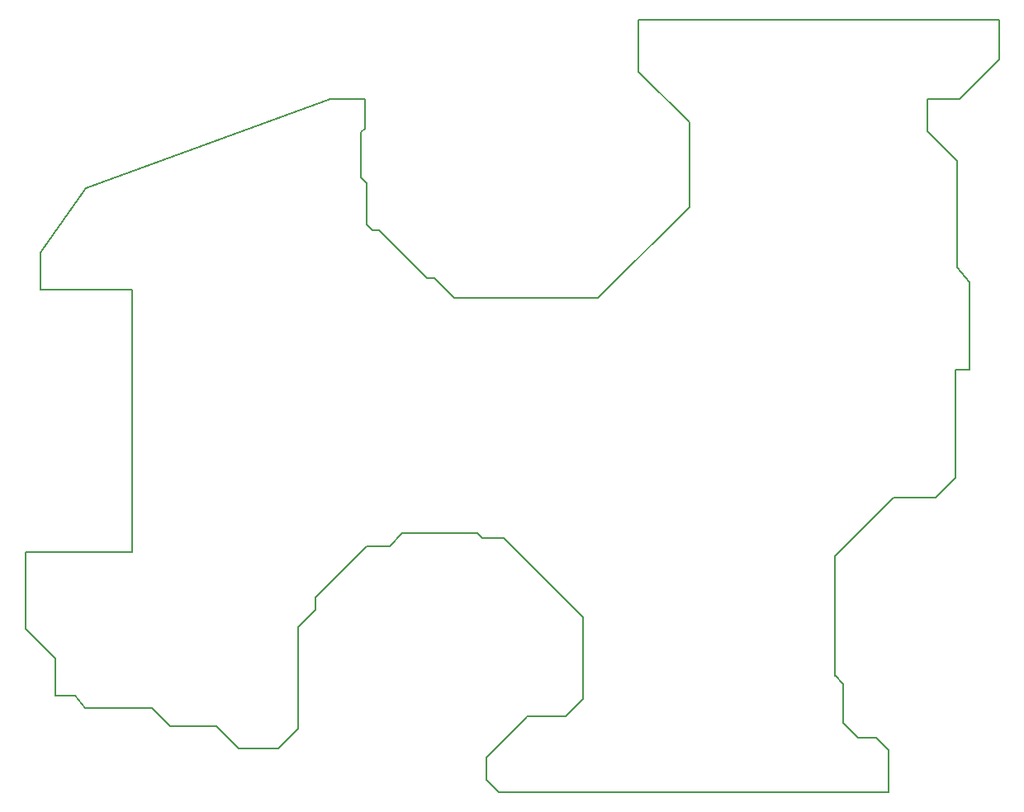
<source format=gbr>
G04 #@! TF.GenerationSoftware,KiCad,Pcbnew,(5.0.0)*
G04 #@! TF.CreationDate,2018-10-11T16:46:39-05:00*
G04 #@! TF.ProjectId,FinalDistCircuit,46696E616C4469737443697263756974,rev?*
G04 #@! TF.SameCoordinates,Original*
G04 #@! TF.FileFunction,Profile,NP*
%FSLAX46Y46*%
G04 Gerber Fmt 4.6, Leading zero omitted, Abs format (unit mm)*
G04 Created by KiCad (PCBNEW (5.0.0)) date 10/11/18 16:46:39*
%MOMM*%
%LPD*%
G01*
G04 APERTURE LIST*
%ADD10C,0.150000*%
%ADD11C,0.200000*%
G04 APERTURE END LIST*
D10*
X247523000Y-36576000D02*
X247523000Y-33274000D01*
X250825000Y-33274000D02*
X249618500Y-33274000D01*
X254889000Y-29210000D02*
X250825000Y-33274000D01*
X247523000Y-33274000D02*
X249618500Y-33274000D01*
X244094000Y-74168000D02*
X244221000Y-74168000D01*
X238061500Y-80200500D02*
X244094000Y-74168000D01*
X238061500Y-80327500D02*
X238061500Y-80200500D01*
X238061500Y-92456000D02*
X238125000Y-92519500D01*
X238061500Y-80327500D02*
X238061500Y-92456000D01*
D11*
X238950500Y-93345000D02*
X238125000Y-92519500D01*
X238950500Y-97345500D02*
X238950500Y-93345000D01*
X239141000Y-97536000D02*
X238950500Y-97345500D01*
D10*
X223139000Y-44386500D02*
X223139000Y-43307000D01*
D11*
X213804500Y-53721000D02*
X199009000Y-53721000D01*
X223139000Y-44386500D02*
X213804500Y-53721000D01*
D10*
X183007000Y-87503000D02*
X183261000Y-87249000D01*
X183007000Y-97917000D02*
X183007000Y-87503000D01*
X184785000Y-85725000D02*
X183261000Y-87249000D01*
D11*
X189484000Y-41275000D02*
X189484000Y-41338500D01*
X190055500Y-41910000D02*
X189484000Y-41338500D01*
X190055500Y-46164500D02*
X190055500Y-41910000D01*
X190690500Y-46799500D02*
X190055500Y-46164500D01*
X191325500Y-46799500D02*
X190690500Y-46799500D01*
X196215000Y-51689000D02*
X191325500Y-46799500D01*
X196977000Y-51689000D02*
X196215000Y-51689000D01*
X199009000Y-53721000D02*
X196977000Y-51689000D01*
D10*
X190055500Y-79184500D02*
X186944000Y-82296000D01*
X193738500Y-77851000D02*
X201422000Y-77851000D01*
X192405000Y-79184500D02*
X193738500Y-77851000D01*
X190055500Y-79184500D02*
X192405000Y-79184500D01*
X247523000Y-36576000D02*
X250571000Y-39624000D01*
X254889000Y-25146000D02*
X254889000Y-29210000D01*
X251841000Y-25146000D02*
X254889000Y-25146000D01*
X161290000Y-42418000D02*
X186309000Y-33274000D01*
X156591000Y-49022000D02*
X161290000Y-42418000D01*
X189865000Y-33274000D02*
X186309000Y-33274000D01*
X189865000Y-36322000D02*
X189865000Y-33274000D01*
X189484000Y-36703000D02*
X189865000Y-36322000D01*
X189484000Y-41275000D02*
X189484000Y-36703000D01*
X201930000Y-78359000D02*
X201422000Y-77851000D01*
X204089000Y-78359000D02*
X201930000Y-78359000D01*
X217932000Y-25146000D02*
X223647000Y-25146000D01*
X217932000Y-30480000D02*
X217932000Y-25146000D01*
X223139000Y-35687000D02*
X217932000Y-30480000D01*
X250444000Y-61087000D02*
X251841000Y-61087000D01*
X250444000Y-72136000D02*
X250444000Y-61087000D01*
X248412000Y-74168000D02*
X250444000Y-72136000D01*
X244221000Y-74168000D02*
X248412000Y-74168000D01*
X180975000Y-99949000D02*
X183007000Y-97917000D01*
X176911000Y-99949000D02*
X180975000Y-99949000D01*
X174625000Y-97663000D02*
X176911000Y-99949000D01*
X184785000Y-85598000D02*
X184785000Y-85725000D01*
X184785000Y-84455000D02*
X184785000Y-85598000D01*
X186944000Y-82296000D02*
X184785000Y-84455000D01*
X212217000Y-86487000D02*
X204089000Y-78359000D01*
X212217000Y-94869000D02*
X212217000Y-86487000D01*
X212090000Y-94996000D02*
X212217000Y-94869000D01*
X210439000Y-96647000D02*
X212090000Y-94996000D01*
X206502000Y-96647000D02*
X210439000Y-96647000D01*
X206375000Y-96774000D02*
X206502000Y-96647000D01*
X203835000Y-99314000D02*
X206375000Y-96774000D01*
X202311000Y-100838000D02*
X203835000Y-99314000D01*
X202311000Y-103124000D02*
X202311000Y-100838000D01*
X203581000Y-104394000D02*
X202311000Y-103124000D01*
X218313000Y-104394000D02*
X203581000Y-104394000D01*
X243586000Y-101981000D02*
X243586000Y-100076000D01*
X242316000Y-98806000D02*
X240411000Y-98806000D01*
D11*
X242316000Y-98806000D02*
X243586000Y-100076000D01*
X239141000Y-97536000D02*
X240411000Y-98806000D01*
D10*
X223139000Y-43307000D02*
X223139000Y-41402000D01*
X238125000Y-25146000D02*
X223647000Y-25146000D01*
X223139000Y-35687000D02*
X223139000Y-41402000D01*
X243586000Y-104394000D02*
X223139000Y-104394000D01*
X243586000Y-104267000D02*
X243586000Y-104394000D01*
X155067000Y-79756000D02*
X155067000Y-82042000D01*
X165989000Y-79756000D02*
X155067000Y-79756000D01*
X156591000Y-52832000D02*
X165989000Y-52832000D01*
X156591000Y-49022000D02*
X156591000Y-52832000D01*
X251841000Y-25146000D02*
X238125000Y-25146000D01*
X243586000Y-101981000D02*
X243586000Y-104267000D01*
D11*
X251841000Y-60960000D02*
X251841000Y-61087000D01*
D10*
X165989000Y-72898000D02*
X165989000Y-79756000D01*
X169926000Y-97663000D02*
X174625000Y-97663000D01*
X168021000Y-95758000D02*
X169926000Y-97663000D01*
D11*
X155067000Y-82042000D02*
X155067000Y-82296000D01*
D10*
X160147000Y-94488000D02*
X158115000Y-94488000D01*
X161163000Y-95758000D02*
X160147000Y-94488000D01*
X250571000Y-50546000D02*
X250571000Y-39624000D01*
X251841000Y-52070000D02*
X250571000Y-50546000D01*
X251841000Y-60960000D02*
X251841000Y-52070000D01*
X218313000Y-104394000D02*
X223139000Y-104394000D01*
D11*
X161163000Y-95758000D02*
X168021000Y-95758000D01*
X158115000Y-94234000D02*
X158115000Y-94488000D01*
X158115000Y-90678000D02*
X158115000Y-94234000D01*
X155067000Y-87630000D02*
X158115000Y-90678000D01*
X155067000Y-82296000D02*
X155067000Y-87630000D01*
X165989000Y-52832000D02*
X165989000Y-72898000D01*
M02*

</source>
